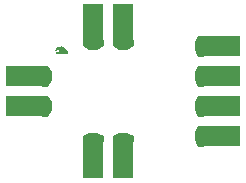
<source format=gbs>
G04 DipTrace 2.4.0.2*
%INST12axis2.gbs*%
%MOMM*%
%ADD49R,1.75X2.082*%
%ADD50R,1.75X1.65*%
%ADD51R,2.05X1.75*%
%ADD52R,2.082X1.75*%
%ADD53R,1.65X1.75*%
%FSLAX53Y53*%
G04*
G71*
G90*
G75*
G01*
%LNBotMask*%
%LPD*%
D53*
X26510Y17620D3*
Y20160D3*
D52*
X27780Y17620D3*
Y20160D3*
G36*
X25235Y21035D2*
X25740D1*
Y19285D1*
X25235D1*
X24955Y19829D1*
Y20491D1*
X25235Y21035D1*
G37*
G36*
Y18495D2*
X25735D1*
Y16745D1*
X25235D1*
X24955Y17289D1*
Y17951D1*
X25235Y18495D1*
G37*
D53*
X26510Y12540D3*
G36*
X25235Y13415D2*
X25740D1*
Y11665D1*
X25235D1*
X24955Y12209D1*
Y12871D1*
X25235Y13415D1*
G37*
D51*
X27780Y12540D3*
D53*
X11270Y15080D3*
Y17620D3*
G36*
X12545Y16745D2*
X12040D1*
Y18495D1*
X12545D1*
X12825Y17951D1*
Y17289D1*
X12545Y16745D1*
G37*
G36*
Y14205D2*
X12040D1*
Y15955D1*
X12545D1*
X12825Y15411D1*
Y14749D1*
X12545Y14205D1*
G37*
D52*
X10000Y15080D3*
Y17620D3*
D53*
X26510Y15080D3*
G36*
X25235Y15955D2*
X25740D1*
Y14205D1*
X25235D1*
X24955Y14749D1*
Y15411D1*
X25235Y15955D1*
G37*
D51*
X27780Y15080D3*
D50*
X18890Y11270D3*
X16350D3*
G36*
X17225Y12545D2*
Y12040D1*
X15475D1*
Y12545D1*
X16019Y12825D1*
X16681D1*
X17225Y12545D1*
G37*
G36*
X19765D2*
Y12040D1*
X18015D1*
Y12545D1*
X18559Y12825D1*
X19221D1*
X19765Y12545D1*
G37*
D49*
X18890Y10000D3*
X16350D3*
D50*
X18890Y21430D3*
X16350D3*
D49*
X18890Y22700D3*
X16350D3*
G36*
X15475Y20155D2*
Y20660D1*
X17225D1*
Y20155D1*
X16681Y19875D1*
X16019D1*
X15475Y20155D1*
G37*
G36*
X18015D2*
Y20655D1*
X19765D1*
Y20155D1*
X19221Y19875D1*
X18559D1*
X18015Y20155D1*
G37*
G36*
X14246Y19531D2*
X14217Y19722D1*
X14157Y19869D1*
X14081Y19963D1*
X14005Y20039D1*
X13892Y20103D1*
X13827Y20128D1*
X13732Y20148D1*
X13681Y20158D1*
X13598Y20163D1*
X13534Y20141D1*
X13496Y20103D1*
X13470Y20077D1*
X13406Y20064D1*
X13381Y20069D1*
X13330Y20084D1*
X13303Y20115D1*
X13203Y20034D1*
X13254Y19957D1*
Y19940D1*
X13165Y19904D1*
X13153Y19849D1*
X13143Y19747D1*
X13395Y19854D1*
X13427D1*
X13470Y19846D1*
X13480Y19823D1*
X13460Y19772D1*
X13344Y19709D1*
X13173Y19638D1*
X13198Y19587D1*
X13262Y19533D1*
X13452Y19607D1*
X13446Y19569D1*
Y19531D1*
X14246D1*
G37*
M02*

</source>
